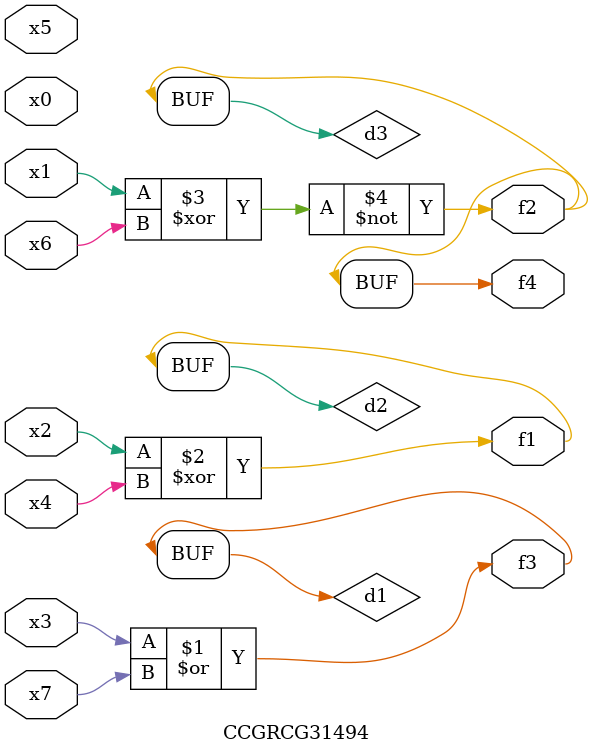
<source format=v>
module CCGRCG31494(
	input x0, x1, x2, x3, x4, x5, x6, x7,
	output f1, f2, f3, f4
);

	wire d1, d2, d3;

	or (d1, x3, x7);
	xor (d2, x2, x4);
	xnor (d3, x1, x6);
	assign f1 = d2;
	assign f2 = d3;
	assign f3 = d1;
	assign f4 = d3;
endmodule

</source>
